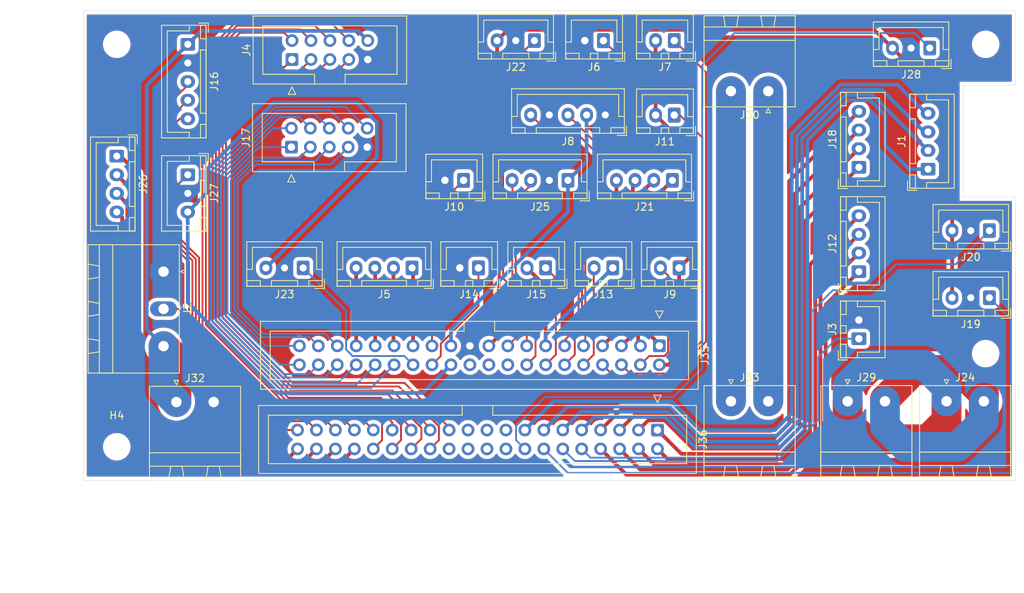
<source format=kicad_pcb>
(kicad_pcb (version 20221018) (generator pcbnew)
  (layers (0 "F.Cu" signal) (31 "B.Cu" signal) (34 "B.Paste" user) (35 "F.Paste" user) (36 "B.SilkS" user "B.Silkscreen") (37 "F.SilkS" user "F.Silkscreen") (38 "B.Mask" user) (39 "F.Mask" user) (44 "Edge.Cuts" user))
  (net 0 "")
  (net 1 "XM_4")
  (net 2 "XM_3")
  (net 3 "XM_2")
  (net 4 "XM_1")
  (net 5 "+5V")
  (net 6 "NeoPixel")
  (net 7 "GND")
  (net 8 "THB")
  (net 9 "YM_4")
  (net 10 "YM_3")
  (net 11 "YM_2")
  (net 12 "YM_1")
  (net 13 "THE0")
  (net 14 "VCC")
  (net 15 "BLT_PWM")
  (net 16 "BLT_TRIGGER")
  (net 17 "HE1")
  (net 18 "THE2")
  (net 19 "ZM1_4")
  (net 20 "ZM1_3")
  (net 21 "ZM1_2")
  (net 22 "ZM1_1")
  (net 23 "EM0_4")
  (net 24 "EM0_3")
  (net 25 "EM0_2")
  (net 26 "EM0_1")
  (net 27 "E0-STOP")
  (net 28 "+3V3")
  (net 29 "EM1_4")
  (net 30 "EM1_3")
  (net 31 "EM1_2")
  (net 32 "EM1_1")
  (net 33 "E1-STOP")
  (net 34 "HE0+")
  (net 35 "HE0-")
  (net 36 "SCL")
  (net 37 "SDA")
  (net 38 "EM2_4")
  (net 39 "EM2_3")
  (net 40 "EM2_2")
  (net 41 "EM2_1")
  (net 42 "Z-STOP")
  (net 43 "BED+")
  (net 44 "BED-")
  (net 45 "EXP1_1")
  (net 46 "EXP1_2")
  (net 47 "EXP1_3")
  (net 48 "EXP1_4")
  (net 49 "EXP1_5")
  (net 50 "EXP1_6")
  (net 51 "EXP1_7")
  (net 52 "EXP1_8")
  (net 53 "FAN0")
  (net 54 "THE1")
  (net 55 "FAN1")
  (net 56 "HE2")
  (net 57 "FAN2")
  (net 58 "TX1")
  (net 59 "RX1")
  (net 60 "RST")
  (net 61 "EXP2_1")
  (net 62 "EXP2_2")
  (net 63 "EXP2_3")
  (net 64 "EXP2_4")
  (net 65 "EXP2_5")
  (net 66 "EXP2_6")
  (net 67 "EXP2_7")
  (net 68 "EXP2_10")
  (net 69 "X-STOP")
  (net 70 "Y-STOP")
  (net 71 "E2-STOP")
  (net 82 "EXP2_RST")
  (footprint "Connector_JST:JST_XH_B2B-XH-A_1x02_P2.50mm_Vertical" (layer "F.Cu") (at 185.75 75 180)
    (fp_text reference "J6")
    (fp_text value "THE0")
  )
  (footprint "Connector_JST:JST_XH_B4B-XH-A_1x04_P2.50mm_Vertical" (layer "F.Cu") (at 181 93.75 180)
    (fp_text reference "J25")
    (fp_text value "I2C")
  )
  (footprint "Connector_Phoenix_MSTB:PhoenixContact_MSTBA_2,5_2-G_1x02_P5.00mm_Horizontal" (layer "F.Cu") (at 231.75 123.4)
    (fp_text reference "J24")
    (fp_text value "Bed")
  )
  (footprint "Connector_JST:JST_XH_B4B-XH-A_1x04_P2.50mm_Vertical" (layer "F.Cu") (at 195 93.75 180)
    (fp_text reference "J21")
    (fp_text value "EM1")
  )
  (footprint "Connector_JST:JST_XH_B3B-XH-A_1x03_P2.50mm_Vertical" (layer "F.Cu") (at 130.025 93 -90)
    (fp_text reference "J27")
    (fp_text value "E2-Stop")
  )
  (footprint "Connector_JST:JST_XH_B3B-XH-A_1x03_P2.50mm_Vertical" (layer "F.Cu") (at 229.5 76 180)
    (fp_text reference "J28")
    (fp_text value "Z-Stop")
  )
  (footprint "Connector_JST:JST_XH_B3B-XH-A_1x03_P2.50mm_Vertical" (layer "F.Cu") (at 145.5 105.5 180)
    (fp_text reference "J23")
    (fp_text value "Y-Stop")
  )
  (footprint "Connector_JST:JST_XH_B3B-XH-A_1x03_P2.50mm_Vertical" (layer "F.Cu") (at 237.5 100.5 180)
    (fp_text reference "J20")
    (fp_text value "X-Stop")
  )
  (footprint "Connector_IDC:IDC-Header_2x20_P2.54mm_Vertical" (layer "F.Cu") (at 193.25 115.96 -90)
    (fp_text reference "J35")
    (fp_text value "Extension1")
  )
  (footprint "Connector_JST:JST_XH_B4B-XH-A_1x04_P2.50mm_Vertical" (layer "F.Cu") (at 220 92 90)
    (fp_text reference "J18")
    (fp_text value "EM0")
  )
  (footprint "Connector_JST:JST_XH_B2B-XH-A_1x02_P2.50mm_Vertical" (layer "F.Cu") (at 167 93.75 180)
    (fp_text reference "J10")
    (fp_text value "THE1")
  )
  (footprint "Connector_JST:JST_XH_B5B-XH-A_1x05_P2.50mm_Vertical" (layer "F.Cu") (at 186 84.975 180)
    (fp_text reference "J8")
    (fp_text value "BLTouch")
  )
  (footprint "Connector_JST:JST_XH_B2B-XH-A_1x02_P2.50mm_Vertical" (layer "F.Cu") (at 195.9 105.5 180)
    (fp_text reference "J9")
    (fp_text value "HE1")
  )
  (footprint "Connector_JST:JST_XH_B2B-XH-A_1x02_P2.50mm_Vertical" (layer "F.Cu") (at 169 105.5 180)
    (fp_text reference "J14")
    (fp_text value "THE2")
  )
  (footprint "Connector_JST:JST_XH_B4B-XH-A_1x04_P2.50mm_Vertical" (layer "F.Cu") (at 220 106 90)
    (fp_text reference "J12")
    (fp_text value "ZM1")
  )
  (footprint "MountingHole:MountingHole_3.2mm_M3" (layer "F.Cu") (at 120.5 129.5)
    (fp_text reference "H4")
    (fp_text value "MountingHole")
  )
  (footprint "Connector_Phoenix_MSTB:PhoenixContact_MSTBA_2,5_2-G_1x02_P5.00mm_Horizontal" (layer "F.Cu") (at 218.5 123.4)
    (fp_text reference "J29")
    (fp_text value "Bed")
  )
  (footprint "Connector_Phoenix_MSTB:PhoenixContact_MSTBA_2,5_2-G_1x02_P5.00mm_Horizontal" (layer "F.Cu") (at 128.5 123.5)
    (fp_text reference "J32")
    (fp_text value "5V_PSU")
  )
  (footprint "MountingHole:MountingHole_3.2mm_M3" (layer "F.Cu") (at 237 75.5)
    (fp_text reference "H2" hide)
    (fp_text value "MountingHole")
  )
  (footprint "Connector_JST:JST_XH_B5B-XH-A_1x05_P2.50mm_Vertical" (layer "F.Cu") (at 130.025 75.5 -90)
    (fp_text reference "J16")
    (fp_text value "TFT")
  )
  (footprint "Connector_JST:JST_XH_B2B-XH-A_1x02_P2.50mm_Vertical" (layer "F.Cu") (at 195.25 85 180)
    (fp_text reference "J11")
    (fp_text value "FAN1")
  )
  (footprint "Connector_JST:JST_XH_B2B-XH-A_1x02_P2.50mm_Vertical" (layer "F.Cu") (at 187 105.5 180)
    (fp_text reference "J13")
    (fp_text value "HE2")
  )
  (footprint "Connector_JST:JST_XH_B3B-XH-A_1x03_P2.50mm_Vertical" (layer "F.Cu") (at 176.5 75 180)
    (fp_text reference "J22")
    (fp_text value "E1-Stop")
  )
  (footprint "Connector_Phoenix_MSTB:PhoenixContact_MSTBA_2,5_2-G_1x02_P5.00mm_Horizontal" (layer "F.Cu") (at 207.85 81.7775 180)
    (fp_text reference "J30")
    (fp_text value "Hotend")
  )
  (footprint "Connector_JST:JST_XH_B2B-XH-A_1x02_P2.50mm_Vertical" (layer "F.Cu") (at 195.25 75 180)
    (fp_text reference "J7")
    (fp_text value "FAN0")
  )
  (footprint "Connector_JST:JST_XH_B2B-XH-A_1x02_P2.50mm_Vertical" (layer "F.Cu") (at 220 115 90)
    (fp_text reference "J3")
    (fp_text value "THB")
  )
  (footprint "Connector_JST:JST_XH_B4B-XH-A_1x04_P2.50mm_Vertical" (layer "F.Cu") (at 229.275 92.25 90)
    (fp_text reference "J1")
    (fp_text value "XM")
  )
  (footprint "MountingHole:MountingHole_3.2mm_M3" (layer "F.Cu") (at 120.5 75.5)
    (fp_text reference "H3" hide)
    (fp_text value "MountingHole")
  )
  (footprint "Connector_IDC:IDC-Header_2x05_P2.54mm_Vertical" (layer "F.Cu") (at 144 77.54 90)
    (fp_text reference "J4")
    (fp_text value "EXP1")
  )
  (footprint "Connector_Phoenix_MSTB:PhoenixContact_MSTBA_2,5_2-G_1x02_P5.00mm_Horizontal" (layer "F.Cu") (at 202.85 123.4)
    (fp_text reference "J33")
    (fp_text value "Hotend")
  )
  (footprint "Connector_JST:JST_XH_B4B-XH-A_1x04_P2.50mm_Vertical" (layer "F.Cu") (at 160.1 105.5 180)
    (fp_text reference "J5")
    (fp_text value "YM")
  )
  (footprint "Connector_JST:JST_XH_B3B-XH-A_1x03_P2.50mm_Vertical" (layer "F.Cu") (at 237.5 109.5 180)
    (fp_text reference "J19")
    (fp_text value "E0-Stop")
  )
  (footprint "Connector_IDC:IDC-Header_2x05_P2.54mm_Vertical" (layer "F.Cu") (at 143.92 89.2925 90)
    (fp_text reference "J17")
    (fp_text value "EXP2")
  )
  (footprint "Connector_JST:JST_XH_B4B-XH-A_1x04_P2.50mm_Vertical" (layer "F.Cu") (at 120.5 90.5 -90)
    (fp_text reference "J26")
    (fp_text value "EM2")
  )
  (footprint "Connector_Phoenix_MSTB:PhoenixContact_MSTBA_2,5_3-G_1x03_P5.00mm_Horizontal" (layer "F.Cu") (at 126.7775 106 -90)
    (fp_text reference "J2")
    (fp_text value "NeoPixel")
  )
  (footprint "Connector_JST:JST_XH_B2B-XH-A_1x02_P2.50mm_Vertical" (layer "F.Cu") (at 178 105.5 180)
    (fp_text reference "J15")
    (fp_text value "FAN2")
  )
  (footprint "Connector_IDC:IDC-Header_2x20_P2.54mm_Vertical" (layer "F.Cu") (at 193 127.25 -90)
    (fp_text reference "J36")
    (fp_text value "Extension2")
  )
  (footprint "MountingHole:MountingHole_3.2mm_M3" (layer "F.Cu") (at 237 117)
    (fp_text reference "H1" hide)
    (fp_text value "MountingHole")
  )
  (gr_line (start 116 134) (end 116 71) (stroke (width 0.05)) (layer "Edge.Cuts"))
  (gr_line (start 241 96) (end 241 134) (stroke (width 0.05)) (layer "Edge.Cuts"))
  (gr_line (start 234 81) (end 234 96) (stroke (width 0.05)) (layer "Edge.Cuts"))
  (gr_line (start 241 134) (end 116 134) (stroke (width 0.05)) (layer "Edge.Cuts"))
  (gr_line (start 241 81) (end 234 81) (stroke (width 0.05)) (layer "Edge.Cuts"))
  (gr_line (start 116 71) (end 241 71) (stroke (width 0.05)) (layer "Edge.Cuts"))
  (gr_line (start 234 96) (end 241 96) (stroke (width 0.05)) (layer "Edge.Cuts"))
  (gr_line (start 241 71) (end 241 81) (stroke (width 0.05)) (layer "Edge.Cuts"))
  (segment (start 184.59 125.5) (end 182.84 127.25) (width 0.5) (layer "B.Cu") (net 1))
  (segment (start 229.275 92.25) (end 226.75 92.25) (width 0.5) (layer "B.Cu") (net 1))
  (segment (start 198 129.5) (end 194 125.5) (width 0.5) (layer "B.Cu") (net 1))
  (segment (start 213.1 125.9) (end 209.5 129.5) (width 0.5) (layer "B.Cu") (net 1))
  (segment (start 213.1 88.38995) (end 213.1 125.9) (width 0.5) (layer "B.Cu") (net 1))
  (segment (start 221.53505 83) (end 218.48995 83) (width 0.5) (layer "B.Cu") (net 1))
  (segment (start 218.48995 83) (end 213.1 88.38995) (width 0.5) (layer "B.Cu") (net 1))
  (segment (start 194 125.5) (end 184.59 125.5) (width 0.5) (layer "B.Cu") (net 1))
  (segment (start 223.5 84.96495) (end 221.53505 83) (width 0.5) (layer "B.Cu") (net 1))
  (segment (start 209.5 129.5) (end 198 129.5) (width 0.5) (layer "B.Cu") (net 1))
  (segment (start 226.75 92.25) (end 223.5 89) (width 0.5) (layer "B.Cu") (net 1))
  (segment (start 223.5 89) (end 223.5 84.96495) (width 0.5) (layer "B.Cu") (net 1))
  (segment (start 224.2 84.675) (end 224.2 84.7) (width 0.5) (layer "B.Cu") (net 2))
  (segment (start 198.28995 128.8) (end 209.18995 128.8) (width 0.5) (layer "B.Cu") (net 2))
  (segment (start 180.3 127.25) (end 182.75 124.8) (width 0.5) (layer "B.Cu") (net 2))
  (segment (start 212.4 88.1) (end 218.200001 82.3) (width 0.5) (layer "B.Cu") (net 2))
  (segment (start 218.200001 82.3) (end 221.825 82.3) (width 0.5) (layer "B.Cu") (net 2))
  (segment (start 182.75 124.8) (end 194.28995 124.8) (width 0.5) (layer "B.Cu") (net 2))
  (segment (start 209.18995 128.8) (end 212.4 125.58995) (width 0.5) (layer "B.Cu") (net 2))
  (segment (start 221.825 82.3) (end 224.2 84.675) (width 0.5) (layer "B.Cu") (net 2))
  (segment (start 212.4 125.58995) (end 212.4 88.1) (width 0.5) (layer "B.Cu") (net 2))
  (segment (start 224.2 84.7) (end 229.25 89.75) (width 0.5) (layer "B.Cu") (net 2))
  (segment (start 194.28995 124.8) (end 198.28995 128.8) (width 0.5) (layer "B.Cu") (net 2))
  (segment (start 211.7 125.3) (end 209 128) (width 0.5) (layer "B.Cu") (net 3))
  (segment (start 223.1 81.6) (end 217.88995 81.6) (width 0.5) (layer "B.Cu") (net 3))
  (segment (start 198.4799 128) (end 194.5799 124.1) (width 0.5) (layer "B.Cu") (net 3))
  (segment (start 211.7 87.78995) (end 211.7 125.3) (width 0.5) (layer "B.Cu") (net 3))
  (segment (start 209 128) (end 198.4799 128) (width 0.5) (layer "B.Cu") (net 3))
  (segment (start 180.91 124.1) (end 177.76 127.25) (width 0.5) (layer "B.Cu") (net 3))
  (segment (start 194.5799 124.1) (end 180.91 124.1) (width 0.5) (layer "B.Cu") (net 3))
  (segment (start 228.75 87.25) (end 223.1 81.6) (width 0.5) (layer "B.Cu") (net 3))
  (segment (start 217.88995 81.6) (end 211.7 87.78995) (width 0.5) (layer "B.Cu") (net 3))
  (segment (start 179.07 123.4) (end 194.86985 123.4) (width 0.5) (layer "B.Cu") (net 4))
  (segment (start 175.22 127.25) (end 179.07 123.4) (width 0.5) (layer "B.Cu") (net 4))
  (segment (start 198.724875 127.255025) (end 208.744975 127.255025) (width 0.5) (layer "B.Cu") (net 4))
  (segment (start 194.86985 123.4) (end 198.724875 127.255025) (width 0.5) (layer "B.Cu") (net 4))
  (segment (start 208.744975 127.255025) (end 211 125) (width 0.5) (layer "B.Cu") (net 4))
  (segment (start 211 125) (end 211 87.5) (width 0.5) (layer "B.Cu") (net 4))
  (segment (start 217.6 80.9) (end 225.1625 80.9) (width 0.5) (layer "B.Cu") (net 4))
  (segment (start 225.1625 80.9) (end 229.0125 84.75) (width 0.5) (layer "B.Cu") (net 4))
  (segment (start 211 87.5) (end 217.6 80.9) (width 0.5) (layer "B.Cu") (net 4))
  (segment (start 128.5 123.5) (end 128.5 117.7225) (width 4) (layer "F.Cu") (net 5))
  (segment (start 128.5 117.7225) (end 126.7775 116) (width 4) (layer "F.Cu") (net 5))
  (segment (start 126.7775 116) (end 126.7775 121.7775) (width 4) (layer "B.Cu") (net 5))
  (segment (start 183.5 91.25) (end 181 93.75) (width 0.5) (layer "B.Cu") (net 5))
  (segment (start 152.86 73.7) (end 131.825 73.7) (width 0.5) (layer "B.Cu") (net 5))
  (segment (start 154.16 75) (end 152.86 73.7) (width 0.5) (layer "B.Cu") (net 5))
  (segment (start 124.5275 113.75) (end 126.7775 116) (width 0.5) (layer "B.Cu") (net 5))
  (segment (start 126.7775 121.7775) (end 128.5 123.5) (width 4) (layer "B.Cu") (net 5))
  (segment (start 165.31 113.701522) (end 181 98.011522) (width 0.5) (layer "B.Cu") (net 5))
  (segment (start 181 98.011522) (end 181 93.75) (width 0.5) (layer "B.Cu") (net 5))
  (segment (start 130.025 75.5) (end 124.5275 80.9975) (width 0.5) (layer "B.Cu") (net 5))
  (segment (start 131.825 73.7) (end 130.025 75.5) (width 0.5) (layer "B.Cu") (net 5))
  (segment (start 124.5275 80.9975) (end 124.5275 113.75) (width 0.5) (layer "B.Cu") (net 5))
  (segment (start 183.5 84.975) (end 183.5 91.25) (width 0.5) (layer "B.Cu") (net 5))
  (segment (start 165.31 115.96) (end 165.31 113.701522) (width 0.5) (layer "B.Cu") (net 5))
  (segment (start 129.75 114.25) (end 142.75 127.25) (width 0.25) (layer "F.Cu") (net 6))
  (segment (start 129.75 112) (end 129.75 114.25) (width 0.25) (layer "F.Cu") (net 6))
  (segment (start 126.7775 111) (end 128.75 111) (width 0.25) (layer "F.Cu") (net 6))
  (segment (start 142.75 127.25) (end 144.74 127.25) (width 0.25) (layer "F.Cu") (net 6))
  (segment (start 128.75 111) (end 129.75 112) (width 0.25) (layer "F.Cu") (net 6))
  (segment (start 217 115) (end 220 115) (width 0.25) (layer "B.Cu") (net 8))
  (segment (start 180.3 129.79) (end 181.925 131.415) (width 0.25) (layer "B.Cu") (net 8))
  (segment (start 181.925 131.415) (end 209.034568 131.415) (width 0.25) (layer "B.Cu") (net 8))
  (segment (start 214.568198 117.431802) (end 217 115) (width 0.25) (layer "B.Cu") (net 8))
  (segment (start 214.568198 125.88137) (end 214.568198 117.431802) (width 0.25) (layer "B.Cu") (net 8))
  (segment (start 209.034568 131.415) (end 214.568198 125.88137) (width 0.25) (layer "B.Cu") (net 8))
  (segment (start 160.23 115.96) (end 160.23 105.63) (width 0.5) (layer "F.Cu") (net 9))
  (segment (start 157.6 105.5) (end 157.6 115.87) (width 0.5) (layer "F.Cu") (net 10))
  (segment (start 155.15 115.96) (end 155.15 105.55) (width 0.5) (layer "F.Cu") (net 11))
  (segment (start 152.6 105.5) (end 152.6 115.95) (width 0.5) (layer "F.Cu") (net 12))
  (segment (start 183.325 100.075) (end 186 97.4) (width 0.25) (layer "F.Cu") (net 13))
  (segment (start 183.325 115.725) (end 183.325 100.075) (width 0.25) (layer "F.Cu") (net 13))
  (segment (start 187.5 91.5) (end 186 93) (width 0.25) (layer "F.Cu") (net 13))
  (segment (start 187.5 76.75) (end 187.5 91.5) (width 0.25) (layer "F.Cu") (net 13))
  (segment (start 186 93) (end 186 97.4) (width 0.25) (layer "F.Cu") (net 13))
  (segment (start 185.75 75) (end 187.5 76.75) (width 0.25) (layer "F.Cu") (net 13))
  (segment (start 195.9 117.052081) (end 195.9 105.5) (width 0.5) (layer "F.Cu") (net 14))
  (segment (start 178.01 115.96) (end 178.01 108.01) (width 0.5) (layer "F.Cu") (net 14))
  (segment (start 178.01 108.01) (end 175.5 105.5) (width 0.5) (layer "F.Cu") (net 14))
  (segment (start 197.3 104.1) (end 195.9 105.5) (width 0.5) (layer "F.Cu") (net 14))
  (segment (start 193.25 118.5) (end 194.452081 118.5) (width 0.5) (layer "F.Cu") (net 14))
  (segment (start 192.75 85) (end 197.3 89.55) (width 0.5) (layer "F.Cu") (net 14))
  (segment (start 197.3 89.55) (end 197.3 104.1) (width 0.5) (layer "F.Cu") (net 14))
  (segment (start 192.75 85) (end 192.75 75) (width 0.5) (layer "F.Cu") (net 14))
  (segment (start 194.452081 118.5) (end 195.9 117.052081) (width 0.5) (layer "F.Cu") (net 14))
  (segment (start 178.01 115.96) (end 178.01 114.49) (width 0.5) (layer "B.Cu") (net 14))
  (segment (start 178.01 114.49) (end 187 105.5) (width 0.5) (layer "B.Cu") (net 14))
  (segment (start 185.431802 97.331802) (end 182.875 99.888604) (width 0.25) (layer "F.Cu") (net 15))
  (segment (start 181 85) (end 185.5 89.5) (width 0.25) (layer "F.Cu") (net 15))
  (segment (start 182.875 99.888604) (end 182.875 113.515) (width 0.25) (layer "F.Cu") (net 15))
  (segment (start 181.915 114.475) (end 181.915 117.135) (width 0.25) (layer "F.Cu") (net 15))
  (segment (start 181.915 117.135) (end 180.55 118.5) (width 0.25) (layer "F.Cu") (net 15))
  (segment (start 185.5 97.263604) (end 185.431802 97.331802) (width 0.25) (layer "F.Cu") (net 15))
  (segment (start 185.5 89.5) (end 185.5 97.263604) (width 0.25) (layer "F.Cu") (net 15))
  (segment (start 182.875 113.515) (end 181.915 114.475) (width 0.25) (layer "F.Cu") (net 15))
  (segment (start 177.825 86.8) (end 181.55 86.8) (width 0.25) (layer "F.Cu") (net 16))
  (segment (start 176 84.975) (end 177.825 86.8) (width 0.25) (layer "F.Cu") (net 16))
  (segment (start 182.425 99.702208) (end 185.013604 97.113604) (width 0.25) (layer "F.Cu") (net 16))
  (segment (start 182.425 113.328604) (end 182.425 99.702208) (width 0.25) (layer "F.Cu") (net 16))
  (segment (start 185.05 90.3) (end 185.05 97.077208) (width 0.25) (layer "F.Cu") (net 16))
  (segment (start 180.55 115.203604) (end 182.425 113.328604) (width 0.25) (layer "F.Cu") (net 16))
  (segment (start 185.05 97.077208) (end 185.013604 97.113604) (width 0.25) (layer "F.Cu") (net 16))
  (segment (start 180.55 115.96) (end 180.55 115.203604) (width 0.25) (layer "F.Cu") (net 16))
  (segment (start 181.55 86.8) (end 185.05 90.3) (width 0.25) (layer "F.Cu") (net 16))
  (segment (start 193.9051 117.325) (end 191.885 117.325) (width 0.25) (layer "F.Cu") (net 17))
  (segment (start 193.4 105.5) (end 194.425 106.525) (width 0.25) (layer "F.Cu") (net 17))
  (segment (start 194.425 106.525) (end 194.425 116.8051) (width 0.25) (layer "F.Cu") (net 17))
  (segment (start 194.425 116.8051) (end 193.9051 117.325) (width 0.25) (layer "F.Cu") (net 17))
  (segment (start 191.885 117.325) (end 190.71 118.5) (width 0.25) (layer "F.Cu") (net 17))
  (segment (start 163.945 115.663299) (end 169 110.608299) (width 0.25) (layer "F.Cu") (net 18))
  (segment (start 163.945 117.325) (end 163.945 115.663299) (width 0.25) (layer "F.Cu") (net 18))
  (segment (start 169 110.608299) (end 169 105.5) (width 0.25) (layer "F.Cu") (net 18))
  (segment (start 162.77 118.5) (end 163.945 117.325) (width 0.25) (layer "F.Cu") (net 18))
  (segment (start 210.739949 133.25) (end 188.84 133.25) (width 0.5) (layer "F.Cu") (net 19))
  (segment (start 215.55 110.45) (end 215.55 128.43995) (width 0.5) (layer "F.Cu") (net 19))
  (segment (start 220 106) (end 215.55 110.45) (width 0.5) (layer "F.Cu") (net 19))
  (segment (start 215.55 128.43995) (end 210.739949 133.25) (width 0.5) (layer "F.Cu") (net 19))
  (segment (start 188.84 133.25) (end 185.38 129.79) (width 0.5) (layer "F.Cu") (net 19))
  (segment (start 190.68 132.55) (end 210.45 132.55) (width 0.5) (layer "F.Cu") (net 20))
  (segment (start 187.92 129.79) (end 190.68 132.55) (width 0.5) (layer "F.Cu") (net 20))
  (segment (start 214.85 128.15) (end 214.85 108.65) (width 0.5) (layer "F.Cu") (net 20))
  (segment (start 210.45 132.55) (end 214.85 128.15) (width 0.5) (layer "F.Cu") (net 20))
  (segment (start 214.85 108.65) (end 220 103.5) (width 0.5) (layer "F.Cu") (net 20))
  (segment (start 210.15 131.85) (end 192.52 131.85) (width 0.5) (layer "F.Cu") (net 21))
  (segment (start 220 101) (end 214.15 106.85) (width 0.5) (layer "F.Cu") (net 21))
  (segment (start 214.15 106.9) (end 214.15 127.85) (width 0.5) (layer "F.Cu") (net 21))
  (segment (start 192.52 131.85) (end 190.46 129.79) (width 0.5) (layer "F.Cu") (net 21))
  (segment (start 214.15 127.85) (end 210.15 131.85) (width 0.5) (layer "F.Cu") (net 21))
  (segment (start 209.8299 131.15) (end 213.45 127.5299) (width 0.5) (layer "F.Cu") (net 22))
  (segment (start 213.45 105.1) (end 213.5 105.05) (width 0.5) (layer "F.Cu") (net 22))
  (segment (start 213.45 105.05) (end 220 98.5) (width 0.5) (layer "F.Cu") (net 22))
  (segment (start 193 129.79) (end 194.36 131.15) (width 0.5) (layer "F.Cu") (net 22))
  (segment (start 194.36 131.15) (end 209.8299 131.15) (width 0.5) (layer "F.Cu") (net 22))
  (segment (start 213.45 127.5299) (end 213.45 105.1) (width 0.5) (layer "F.Cu") (net 22))
  (segment (start 212.75 99.25) (end 220 92) (width 0.5) (layer "F.Cu") (net 23))
  (segment (start 193 127.25) (end 196.2 130.45) (width 0.5) (layer "F.Cu") (net 23))
  (segment (start 212.75 127.23995) (end 212.75 99.25) (width 0.5) (layer "F.Cu") (net 23))
  (segment (start 196.2 130.45) (end 209.53995 130.45) (width 0.5) (layer "F.Cu") (net 23))
  (segment (start 209.53995 130.45) (end 212.75 127.23995) (width 0.5) (layer "F.Cu") (net 23))
  (segment (start 212.05 126.95) (end 209.25 129.75) (width 0.5) (layer "F.Cu") (net 24))
  (segment (start 212.05 97.45) (end 212.05 126.95) (width 0.5) (layer "F.Cu") (net 24))
  (segment (start 191.76 125.95) (end 190.46 127.25) (width 0.5) (layer "F.Cu") (net 24))
  (segment (start 193.95 125.95) (end 191.76 125.95) (width 0.5) (layer "F.Cu") (net 24))
  (segment (start 197.75 129.75) (end 193.95 125.95) (width 0.5) (layer "F.Cu") (net 24))
  (segment (start 220 89.5) (end 212.05 97.45) (width 0.5) (layer "F.Cu") (net 24))
  (segment (start 209.25 129.75) (end 197.75 129.75) (width 0.5) (layer "F.Cu") (net 24))
  (segment (start 187.92 127.25) (end 189.92 125.25) (width 0.5) (layer "F.Cu") (net 25))
  (segment (start 211.35 95.65) (end 220 87) (width 0.5) (layer "F.Cu") (net 25))
  (segment (start 194.25 125.25) (end 198.05 129.05) (width 0.5) (layer "F.Cu") (net 25))
  (segment (start 198.05 129.05) (end 208.96005 129.05) (width 0.5) (layer "F.Cu") (net 25))
  (segment (start 211.35 126.66005) (end 211.35 95.65) (width 0.5) (layer "F.Cu") (net 25))
  (segment (start 189.92 125.25) (end 194.25 125.25) (width 0.5) (layer "F.Cu") (net 25))
  (segment (start 208.96005 129.05) (end 211.35 126.66005) (width 0.5) (layer "F.Cu") (net 25))
  (segment (start 210.65 126.3701) (end 208.6701 128.35) (width 0.5) (layer "F.Cu") (net 26))
  (segment (start 210.65 93.85) (end 210.65 126.3701) (width 0.5) (layer "F.Cu") (net 26))
  (segment (start 208.6701 128.35) (end 198.33995 128.35) (width 0.5) (layer "F.Cu") (net 26))
  (segment (start 220 84.5) (end 210.65 93.85) (width 0.5) (layer "F.Cu") (net 26))
  (segment (start 194.48995 124.5) (end 188.13 124.5) (width 0.5) (layer "F.Cu") (net 26))
  (segment (start 188.13 124.5) (end 185.38 127.25) (width 0.5) (layer "F.Cu") (net 26))
  (segment (start 198.33995 128.35) (end 194.48995 124.5) (width 0.5) (layer "F.Cu") (net 26))
  (segment (start 180.97 133) (end 177.76 129.79) (width 0.25) (layer "B.Cu") (net 27))
  (segment (start 240.375 133) (end 180.97 133) (width 0.25) (layer "B.Cu") (net 27))
  (segment (start 237.5 109.5) (end 240.375 112.375) (width 0.25) (layer "B.Cu") (net 27))
  (segment (start 240.375 112.375) (end 240.375 133) (width 0.25) (layer "B.Cu") (net 27))
  (segment (start 232.5 100.5) (end 232.5 84) (width 0.5) (layer "F.Cu") (net 28))
  (segment (start 171.725 79.838172) (end 171.5 79.613172) (width 0.5) (layer "F.Cu") (net 28))
  (segment (start 232.5 84) (end 224.5 76) (width 0.5) (layer "F.Cu") (net 28))
  (segment (start 224.5 76) (end 222.05 73.55) (width 0.5) (layer "F.Cu") (net 28))
  (segment (start 170.39 115.96) (end 171.725 114.625) (width 0.5) (layer "F.Cu") (net 28))
  (segment (start 172.95 73.55) (end 171.5 75) (width 0.5) (layer "F.Cu") (net 28))
  (segment (start 232.5 100.5) (end 232.5 109.5) (width 0.5) (layer "F.Cu") (net 28))
  (segment (start 171.725 114.625) (end 171.725 79.838172) (width 0.5) (layer "F.Cu") (net 28))
  (segment (start 171.5 79.613172) (end 171.5 75) (width 0.5) (layer "F.Cu") (net 28))
  (segment (start 222.05 73.55) (end 172.95 73.55) (width 0.5) (layer "F.Cu") (net 28))
  (segment (start 130.025 98) (end 130.025 110.156548) (width 0.5) (layer "B.Cu") (net 28))
  (segment (start 155.38 90.62) (end 155.38 85.98) (width 0.5) (layer "B.Cu") (net 28))
  (segment (start 140.5 105.5) (end 155.38 90.62) (width 0.5) (layer "B.Cu") (net 28))
  (segment (start 130.025 110.156548) (end 142.143452 122.275) (width 0.5) (layer "B.Cu") (net 28))
  (segment (start 132.525 92.366244) (end 132.525 95.5) (width 0.5) (layer "B.Cu") (net 28))
  (segment (start 141.566244 83.325) (end 132.525 92.366244) (width 0.5) (layer "B.Cu") (net 28))
  (segment (start 161.535 122.275) (end 165.31 118.5) (width 0.5) (layer "B.Cu") (net 28))
  (segment (start 155.38 85.98) (end 152.725 83.325) (width 0.5) (layer "B.Cu") (net 28))
  (segment (start 142.143452 122.275) (end 161.535 122.275) (width 0.5) (layer "B.Cu") (net 28))
  (segment (start 152.725 83.325) (end 141.566244 83.325) (width 0.5) (layer "B.Cu") (net 28))
  (segment (start 132.525 95.5) (end 130.025 98) (width 0.5) (layer "B.Cu") (net 28))
  (segment (start 191.1 113.6) (end 193.25 115.75) (width 0.5) (layer "F.Cu") (net 29))
  (segment (start 195 93.75) (end 191.1 97.65) (width 0.5) (layer "F.Cu") (net 29))
  (segment (start 191.1 97.65) (end 191.1 113.6) (width 0.5) (layer "F.Cu") (net 29))
  (segment (start 190.4 115.65) (end 190.4 95.85) (width 0.5) (layer "F.Cu") (net 30))
  (segment (start 190.4 95.85) (end 192.5 93.75) (width 0.5) (layer "F.Cu") (net 30))
  (segment (start 189.7 114.43) (end 189.7 94.05) (width 0.5) (layer "F.Cu") (net 31))
  (segment (start 188.17 115.96) (end 189.7 114.43) (width 0.5) (layer "F.Cu") (net 31))
  (segment (start 189 97.43995) (end 189 112.59) (width 0.5) (layer "F.Cu") (net 32))
  (segment (start 187.5 93.75) (end 187.5 95.93995) (width 0.5) (layer "F.Cu") (net 32))
  (segment (start 189 112.59) (end 185.63 115.96) (width 0.5) (layer "F.Cu") (net 32))
  (segment (start 187.5 95.93995) (end 189 97.43995) (width 0.5) (layer "F.Cu") (net 32))
  (segment (start 172.3 79.6) (end 172.3 106.9) (width 0.25) (layer "F.Cu") (net 33))
  (segment (start 174.8 114.09) (end 172.93 115.96) (width 0.25) (layer "F.Cu") (net 33))
  (segment (start 176.5 75) (end 172.1 79.4) (width 0.25) (layer "F.Cu") (net 33))
  (segment (start 174.8 109.4) (end 174.8 114.09) (width 0.25) (layer "F.Cu") (net 33))
  (segment (start 172.1 79.4) (end 172.3 79.6) (width 0.25) (layer "F.Cu") (net 33))
  (segment (start 172.3 106.9) (end 174.8 109.4) (width 0.25) (layer "F.Cu") (net 33))
  (segment (start 207.85 81.7775) (end 207.85 123.4) (width 4) (layer "F.Cu") (net 34))
  (segment (start 207.85 123.4) (end 207.85 81.7775) (width 4) (layer "B.Cu") (net 34))
  (segment (start 202.85 123.4) (end 202.85 81.7775) (width 4) (layer "F.Cu") (net 35))
  (segment (start 202.85 81.7775) (end 202.85 123.4) (width 4) (layer "B.Cu") (net 35))
  (segment (start 174 107.163604) (end 174 96.4) (width 0.25) (layer "F.Cu") (net 36))
  (segment (start 176.645 109.808604) (end 174 107.163604) (width 0.25) (layer "F.Cu") (net 36))
  (segment (start 176.645 117.325) (end 176.645 109.808604) (width 0.25) (layer "F.Cu") (net 36))
  (segment (start 175.47 118.5) (end 176.645 117.325) (width 0.25) (layer "F.Cu") (net 36))
  (segment (start 174 96.4) (end 176 94.4) (width 0.25) (layer "F.Cu") (net 36))
  (segment (start 173.55 107.35) (end 173.55 93.8) (width 0.25) (layer "F.Cu") (net 37))
  (segment (start 175.47 115.96) (end 175.47 109.27) (width 0.25) (layer "F.Cu") (net 37))
  (segment (start 175.47 109.27) (end 173.55 107.35) (width 0.25) (layer "F.Cu") (net 37))
  (segment (start 121 90.5) (end 123.325 92.825) (width 0.5) (layer "F.Cu") (net 38))
  (segment (start 130.08995 131.1) (end 143.43 131.1) (width 0.5) (layer "F.Cu") (net 38))
  (segment (start 123.325 124.33505) (end 130.08995 131.1) (width 0.5) (layer "F.Cu") (net 38))
  (segment (start 123.325 92.825) (end 123.325 124.33505) (width 0.5) (layer "F.Cu") (net 38))
  (segment (start 143.43 131.1) (end 144.74 129.79) (width 0.5) (layer "F.Cu") (net 38))
  (segment (start 129.8 131.8) (end 122.625 124.625) (width 0.5) (layer "F.Cu") (net 39))
  (segment (start 145.27 131.8) (end 129.8 131.8) (width 0.5) (layer "F.Cu") (net 39))
  (segment (start 122.625 124.625) (end 122.625 95.125) (width 0.5) (layer "F.Cu") (net 39))
  (segment (start 122.625 95.125) (end 120.5 93) (width 0.5) (layer "F.Cu") (net 39))
  (segment (start 147.28 129.79) (end 145.27 131.8) (width 0.5) (layer "F.Cu") (net 39))
  (segment (start 147.11 132.5) (end 149.82 129.79) (width 0.5) (layer "F.Cu") (net 40))
  (segment (start 121.925 96.925) (end 121.925 124.91495) (width 0.5) (layer "F.Cu") (net 40))
  (segment (start 121.925 124.91495) (end 129.51005 132.5) (width 0.5) (layer "F.Cu") (net 40))
  (segment (start 120.5 95.5) (end 121.925 96.925) (width 0.5) (layer "F.Cu") (net 40))
  (segment (start 129.51005 132.5) (end 147.11 132.5) (width 0.5) (layer "F.Cu") (net 40))
  (segment (start 120.5 98) (end 121.225 98.725) (width 0.5) (layer "F.Cu") (net 41))
  (segment (start 121.225 125.2049) (end 129.270101 133.25) (width 0.5) (layer "F.Cu") (net 41))
  (segment (start 129.270101 133.25) (end 148.9 133.25) (width 0.5) (layer "F.Cu") (net 41))
  (segment (start 148.9 133.25) (end 152.36 129.79) (width 0.5) (layer "F.Cu") (net 41))
  (segment (start 121.225 98.725) (end 121.225 125.2049) (width 0.5) (layer "F.Cu") (net 41))
  (segment (start 195.108022 122.825) (end 177.93 122.825) (width 0.25) (layer "B.Cu") (net 42))
  (segment (start 174.045 126.71) (end 174.045 128.615) (width 0.25) (layer "B.Cu") (net 42))
  (segment (start 227.5 74) (end 203.3 74) (width 0.25) (layer "B.Cu") (net 42))
  (segment (start 199 118.933022) (end 195.108022 122.825) (width 0.25) (layer "B.Cu") (net 42))
  (segment (start 199 78.3) (end 199 118.933022) (width 0.25) (layer "B.Cu") (net 42))
  (segment (start 177.93 122.825) (end 174.045 126.71) (width 0.25) (layer "B.Cu") (net 42))
  (segment (start 229.5 76) (end 227.5 74) (width 0.25) (layer "B.Cu") (net 42))
  (segment (start 174.045 128.615) (end 175.22 129.79) (width 0.25) (layer "B.Cu") (net 42))
  (segment (start 203.3 74) (end 199 78.3) (width 0.25) (layer "B.Cu") (net 42))
  (segment (start 231.75 126) (end 231.75 123.4) (width 4) (layer "F.Cu") (net 43))
  (segment (start 220.75 128.5) (end 229.25 128.5) (width 4) (layer "F.Cu") (net 43))
  (segment (start 218.5 123.4) (end 218.5 126.25) (width 4) (layer "F.Cu") (net 43))
  (segment (start 229.25 128.5) (end 231.75 126) (width 4) (layer "F.Cu") (net 43))
  (segment (start 218.5 126.25) (end 220.75 128.5) (width 4) (layer "F.Cu") (net 43))
  (segment (start 221.25 118.5) (end 218.5 121.25) (width 4) (layer "B.Cu") (net 43))
  (segment (start 228.75 118.5) (end 221.25 118.5) (width 4) (layer "B.Cu") (net 43))
  (segment (start 231.75 121.5) (end 228.75 118.5) (width 4) (layer "B.Cu") (net 43))
  (segment (start 231.75 123.4) (end 231.75 121.5) (width 4) (layer "B.Cu") (net 43))
  (segment (start 218.5 121.25) (end 218.5 123.4) (width 4) (layer "B.Cu") (net 43))
  (segment (start 233.489697 119.2) (end 236.75 122.460303) (width 4) (layer "F.Cu") (net 44))
  (segment (start 236.75 122.460303) (end 236.75 123.4) (width 4) (layer "F.Cu") (net 44))
  (segment (start 227.45 119.2) (end 233.489697 119.2) (width 4) (layer "F.Cu") (net 44))
  (segment (start 223.5 123.15) (end 227.45 119.2) (width 4) (layer "F.Cu") (net 44))
  (segment (start 223.5 123.4) (end 223.5 123.15) (width 4) (layer "F.Cu") (net 44))
  (segment (start 223.5 126.75) (end 226.25 129.5) (width 4) (layer "B.Cu") (net 44))
  (segment (start 223.5 123.4) (end 223.5 126.75) (width 4) (layer "B.Cu") (net 44))
  (segment (start 236.75 126) (end 236.75 123.4) (width 4) (layer "B.Cu") (net 44))
  (segment (start 233.25 129.5) (end 236.75 126) (width 4) (layer "B.Cu") (net 44))
  (segment (start 226.25 129.5) (end 233.25 129.5) (width 4) (layer "B.Cu") (net 44))
  (segment (start 136.45 78.55) (end 133.8 81.2) (width 0.25) (layer "F.Cu") (net 45))
  (segment (start 161.345 128.425) (end 159.98 129.79) (width 0.25) (layer "F.Cu") (net 45))
  (segment (start 156.866701 122.475) (end 161.345 126.953299) (width 0.25) (layer "F.Cu") (net 45))
  (segment (start 161.345 126.953299) (end 161.345 128.425) (width 0.25) (layer "F.Cu") (net 45))
  (segment (start 142.99 78.55) (end 136.45 78.55) (width 0.25) (layer "F.Cu") (net 45))
  (segment (start 133.8 81.2) (end 133.8 112.572436) (width 0.25) (layer "F.Cu") (net 45))
  (segment (start 144 77.54) (end 142.99 78.55) (width 0.25) (layer "F.Cu") (net 45))
  (segment (start 133.8 112.572436) (end 143.702564 122.475) (width 0.25) (layer "F.Cu") (net 45))
  (segment (start 143.702564 122.475) (end 156.866701 122.475) (width 0.25) (layer "F.Cu") (net 45))
  (segment (start 144 75) (end 142.95 73.95) (width 0.25) (layer "F.Cu") (net 46))
  (segment (start 142.95 73.95) (end 137.05 73.95) (width 0.25) (layer "F.Cu") (net 46))
  (segment (start 133.35 112.758832) (end 143.516168 122.925) (width 0.25) (layer "F.Cu") (net 46))
  (segment (start 143.516168 122.925) (end 155.925 122.925) (width 0.25) (layer "F.Cu") (net 46))
  (segment (start 155.925 122.925) (end 159.98 126.98) (width 0.25) (layer "F.Cu") (net 46))
  (segment (start 133.35 77.65) (end 133.35 112.758832) (width 0.25) (layer "F.Cu") (net 46))
  (segment (start 137.05 73.95) (end 133.35 77.65) (width 0.25) (layer "F.Cu") (net 46))
  (segment (start 157.363604 121.863604) (end 162.52 127.02) (width 0.25) (layer "F.Cu") (net 47))
  (segment (start 145.08 79) (end 136.636396 79) (width 0.25) (layer "F.Cu") (net 47))
  (segment (start 134.25 112.38604) (end 143.727564 121.863604) (width 0.25) (layer "F.Cu") (net 47))
  (segment (start 136.636396 79) (end 134.25 81.386396) (width 0.25) (layer "F.Cu") (net 47))
  (segment (start 146.54 77.54) (end 145.08 79) (width 0.25) (layer "F.Cu") (net 47))
  (segment (start 143.727564 121.863604) (end 157.363604 121.863604) (width 0.25) (layer "F.Cu") (net 47))
  (segment (start 134.25 81.386396) (end 134.25 112.38604) (width 0.25) (layer "F.Cu") (net 47))
  (segment (start 132.9 112.945228) (end 143.329772 123.375) (width 0.25) (layer "F.Cu") (net 48))
  (segment (start 158.615 126.586523) (end 158.615 128.615) (width 0.25) (layer "F.Cu") (net 48))
  (segment (start 143.329772 123.375) (end 155.403477 123.375) (width 0.25) (layer "F.Cu") (net 48))
  (segment (start 146.54 75) (end 145.04 73.5) (width 0.25) (layer "F.Cu") (net 48))
  (segment (start 158.615 128.615) (end 157.44 129.79) (width 0.25) (layer "F.Cu") (net 48))
  (segment (start 155.403477 123.375) (end 158.615 126.586523) (width 0.25) (layer "F.Cu") (net 48))
  (segment (start 132.9 77.372792) (end 132.9 112.945228) (width 0.25) (layer "F.Cu") (net 48))
  (segment (start 145.04 73.5) (end 136.772792 73.5) (width 0.25) (layer "F.Cu") (net 48))
  (segment (start 136.772792 73.5) (end 132.9 77.372792) (width 0.25) (layer "F.Cu") (net 48))
  (segment (start 136.772792 79.5) (end 134.7 81.572792) (width 0.25) (layer "F.Cu") (net 49))
  (segment (start 163.695 126.763299) (end 163.695 128.615) (width 0.25) (layer "F.Cu") (net 49))
  (segment (start 163.695 128.615) (end 162.52 129.79) (width 0.25) (layer "F.Cu") (net 49))
  (segment (start 149.08 77.54) (end 147.12 79.5) (width 0.25) (layer "F.Cu") (net 49))
  (segment (start 134.7 112.199644) (end 143.91396 121.413604) (width 0.25) (layer "F.Cu") (net 49))
  (segment (start 134.7 81.572792) (end 134.7 112.199644) (width 0.25) (layer "F.Cu") (net 49))
  (segment (start 158.345305 121.413604) (end 163.695 126.763299) (width 0.25) (layer "F.Cu") (net 49))
  (segment (start 147.12 79.5) (end 136.772792 79.5) (width 0.25) (layer "F.Cu") (net 49))
  (segment (start 143.91396 121.413604) (end 158.345305 121.413604) (width 0.25) (layer "F.Cu") (net 49))
  (segment (start 157.44 126.243959) (end 155.021041 123.825) (width 0.25) (layer "F.Cu") (net 50))
  (segment (start 157.44 127.25) (end 157.44 126.243959) (width 0.25) (layer "F.Cu") (net 50))
  (segment (start 132.45 77.186396) (end 136.636396 73) (width 0.25) (layer "F.Cu") (net 50))
  (segment (start 136.636396 73) (end 147.08 73) (width 0.25) (layer "F.Cu") (net 50))
  (segment (start 132.45 113.131624) (end 132.45 77.186396) (width 0.25) (layer "F.Cu") (net 50))
  (segment (start 147.08 73) (end 149.08 75) (width 0.25) (layer "F.Cu") (net 50))
  (segment (start 155.021041 123.825) (end 143.143376 123.825) (width 0.25) (layer "F.Cu") (net 50))
  (segment (start 143.143376 123.825) (end 132.45 113.131624) (width 0.25) (layer "F.Cu") (net 50))
  (segment (start 151.62 77.54) (end 149.21 79.95) (width 0.25) (layer "F.Cu") (net 51))
  (segment (start 136.959188 79.95) (end 135.15 81.759188) (width 0.25) (layer "F.Cu") (net 51))
  (segment (start 135.15 81.759188) (end 135.15 112.013248) (width 0.25) (layer "F.Cu") (net 51))
  (segment (start 159.086802 120.931802) (end 165.06 126.905) (width 0.25) (layer "F.Cu") (net 51))
  (segment (start 135.15 112.013248) (end 144.068554 120.931802) (width 0.25) (layer "F.Cu") (net 51))
  (segment (start 144.068554 120.931802) (end 159.086802 120.931802) (width 0.25) (layer "F.Cu") (net 51))
  (segment (start 149.21 79.95) (end 136.959188 79.95) (width 0.25) (layer "F.Cu") (net 51))
  (segment (start 136.5 72.5) (end 132 77) (width 0.25) (layer "F.Cu") (net 52))
  (segment (start 156.075 128.615) (end 154.9 129.79) (width 0.25) (layer "F.Cu") (net 52))
  (segment (start 156.075 126.075) (end 156.075 128.615) (width 0.25) (layer "F.Cu") (net 52))
  (segment (start 142.95698 124.275) (end 154.275 124.275) (width 0.25) (layer "F.Cu") (net 52))
  (segment (start 132 113.31802) (end 142.95698 124.275) (width 0.25) (layer "F.Cu") (net 52))
  (segment (start 151.62 75) (end 149.12 72.5) (width 0.25) (layer "F.Cu") (net 52))
  (segment (start 149.12 72.5) (end 136.5 72.5) (width 0.25) (layer "F.Cu") (net 52))
  (segment (start 132 77) (end 132 113.31802) (width 0.25) (layer "F.Cu") (net 52))
  (segment (start 154.275 124.275) (end 156.075 126.075) (width 0.25) (layer "F.Cu") (net 52))
  (segment (start 195.25 75) (end 199.5 79.25) (width 0.25) (layer "F.Cu") (net 53))
  (segment (start 194.761396 120.125) (end 187.255 120.125) (width 0.25) (layer "F.Cu") (net 53))
  (segment (start 187.255 120.125) (end 185.63 118.5) (width 0.25) (layer "F.Cu") (net 53))
  (segment (start 199.5 79.25) (end 199.5 115.386396) (width 0.25) (layer "F.Cu") (net 53))
  (segment (start 199.5 115.386396) (end 194.761396 120.125) (width 0.25) (layer "F.Cu") (net 53))
  (segment (start 162.77 115.96) (end 162.77 97.98) (width 0.25) (layer "F.Cu") (net 54))
  (segment (start 162.77 97.98) (end 167 93.75) (width 0.25) (layer "F.Cu") (net 54))
  (segment (start 199 88) (end 199 115.25) (width 0.25) (layer "F.Cu") (net 55))
  (segment (start 199 115.25) (end 194.575 119.675) (width 0.25) (layer "F.Cu") (net 55))
  (segment (start 195.25 85) (end 196 85) (width 0.25) (layer "F.Cu") (net 55))
  (segment (start 196 85) (end 199 88) (width 0.25) (layer "F.Cu") (net 55))
  (segment (start 194.575 119.675) (end 189.345 119.675) (width 0.25) (layer "F.Cu") (net 55))
  (segment (start 189.345 119.675) (end 188.17 118.5) (width 0.25) (layer "F.Cu") (net 55))
  (segment (start 184.455 117.135) (end 183.09 118.5) (width 0.25) (layer "F.Cu") (net 56))
  (segment (start 184.455 105.545) (end 184.455 117.135) (width 0.25) (layer "F.Cu") (net 56))
  (segment (start 178 105.5) (end 179.375 106.875) (width 0.25) (layer "F.Cu") (net 57))
  (segment (start 179.375 106.875) (end 179.375 117.135) (width 0.25) (layer "F.Cu") (net 57))
  (segment (start 179.375 117.135) (end 178.01 118.5) (width 0.25) (layer "F.Cu") (net 57))
  (segment (start 127 101.5) (end 127 84) (width 0.25) (layer "F.Cu") (net 58))
  (segment (start 130.2 104.7) (end 127 101.5) (width 0.25) (layer "F.Cu") (net 58))
  (segment (start 142.211396 126.075) (end 130.2 114.063604) (width 0.25) (layer "F.Cu") (net 58))
  (segment (start 127 84) (end 130.025 80.975) (width 0.25) (layer "F.Cu") (net 58))
  (segment (start 146.105 126.075) (end 142.211396 126.075) (width 0.25) (layer "F.Cu") (net 58))
  (segment (start 130.2 114.063604) (end 130.2 104.7) (width 0.25) (layer "F.Cu") (net 58))
  (segment (start 147.28 127.25) (end 146.105 126.075) (width 0.25) (layer "F.Cu") (net 58))
  (segment (start 148.195 125.625) (end 149.82 127.25) (width 0.25) (layer "F.Cu") (net 59))
  (segment (start 142.397792 125.625) (end 148.195 125.625) (width 0.25) (layer "F.Cu") (net 59))
  (segment (start 127.5 85.525) (end 127.5 101.363604) (width 0.25) (layer "F.Cu") (net 59))
  (segment (start 130.025 83) (end 127.5 85.525) (width 0.25) (layer "F.Cu") (net 59))
  (segment (start 130.65 104.513604) (end 130.65 113.877208) (width 0.25) (layer "F.Cu") (net 59))
  (segment (start 127.5 101.363604) (end 130.65 104.513604) (width 0.25) (layer "F.Cu") (net 59))
  (segment (start 130.65 113.877208) (end 142.397792 125.625) (width 0.25) (layer "F.Cu") (net 59))
  (segment (start 142.584188 125.175) (end 131.1 113.690812) (width 0.25) (layer "F.Cu") (net 60))
  (segment (start 131.1 104.327208) (end 127.95 101.177208) (width 0.25) (layer "F.Cu") (net 60))
  (segment (start 127.95 101.177208) (end 127.95 86.5) (width 0.25) (layer "F.Cu") (net 60))
  (segment (start 150.285 125.175) (end 142.584188 125.175) (width 0.25) (layer "F.Cu") (net 60))
  (segment (start 152.36 127.25) (end 150.285 125.175) (width 0.25) (layer "F.Cu") (net 60))
  (segment (start 127.95 86.5) (end 128.95 85.5) (width 0.25) (layer "F.Cu") (net 60))
  (segment (start 128.95 85.5) (end 130.025 85.5) (width 0.25) (layer "F.Cu") (net 60))
  (segment (start 131.1 113.690812) (end 131.1 104.327208) (width 0.25) (layer "F.Cu") (net 60))
  (segment (start 142.363604 118.5) (end 135.35 111.486396) (width 0.25) (layer "B.Cu") (net 61))
  (segment (start 139.586396 89.3) (end 143.9125 89.3) (width 0.25) (layer "B.Cu") (net 61))
  (segment (start 135.35 93.536396) (end 139.586396 89.3) (width 0.25) (layer "B.Cu") (net 61))
  (segment (start 144.99 118.5) (end 142.363604 118.5) (width 0.25) (layer "B.Cu") (net 61))
  (segment (start 135.35 111.486396) (end 135.35 93.536396) (width 0.25) (layer "B.Cu") (net 61))
  (segment (start 143.9175 86.75) (end 141.5 86.75) (width 0.25) (layer "B.Cu") (net 62))
  (segment (start 142.977208 119.75) (end 146.28 119.75) (width 0.25) (layer "B.Cu") (net 62))
  (segment (start 134.9 93.35) (end 134.9 111.672792) (width 0.25) (layer "B.Cu") (net 62))
  (segment (start 141.5 86.75) (end 134.9 93.35) (width 0.25) (layer "B.Cu") (net 62))
  (segment (start 146.28 119.75) (end 147.53 118.5) (width 0.25) (layer "B.Cu") (net 62))
  (segment (start 134.9 111.672792) (end 142.977208 119.75) (width 0.25) (layer "B.Cu") (net 62))
  (segment (start 135.8 111.3) (end 140.46 115.96) (width 0.25) (layer "B.Cu") (net 63))
  (segment (start 140.46 115.96) (end 144.99 115.96) (width 0.25) (layer "B.Cu") (net 63))
  (segment (start 138.822792 90.7) (end 135.8 93.722792) (width 0.25) (layer "B.Cu") (net 63))
  (segment (start 145.0525 90.7) (end 138.822792 90.7) (width 0.25) (layer "B.Cu") (net 63))
  (segment (start 135.8 93.722792) (end 135.8 111.3) (width 0.25) (layer "B.Cu") (net 63))
  (segment (start 146.46 89.2925) (end 145.0525 90.7) (width 0.25) (layer "B.Cu") (net 63))
  (segment (start 142.790812 120.2) (end 134.45 111.859188) (width 0.25) (layer "B.Cu") (net 64))
  (segment (start 150.07 118.5) (end 148.37 120.2) (width 0.25) (layer "B.Cu") (net 64))
  (segment (start 142.363604 85.25) (end 144.9575 85.25) (width 0.25) (layer "B.Cu") (net 64))
  (segment (start 148.37 120.2) (end 142.790812 120.2) (width 0.25) (layer "B.Cu") (net 64))
  (segment (start 134.45 111.859188) (end 134.45 93.163604) (width 0.25) (layer "B.Cu") (net 64))
  (segment (start 144.9575 85.25) (end 146.46 86.7525) (width 0.25) (layer "B.Cu") (net 64))
  (segment (start 134.45 93.163604) (end 142.363604 85.25) (width 0.25) (layer "B.Cu") (net 64))
  (segment (start 136.25 93.909188) (end 139.009188 91.15) (width 0.25) (layer "B.Cu") (net 65))
  (segment (start 136.25 111.113604) (end 136.25 93.909188) (width 0.25) (layer "B.Cu") (net 65))
  (segment (start 139.921396 114.785) (end 136.25 111.113604) (width 0.25) (layer "B.Cu") (net 65))
  (segment (start 146.355 114.785) (end 139.921396 114.785) (width 0.25) (layer "B.Cu") (net 65))
  (segment (start 147.1425 91.15) (end 149 89.2925) (width 0.25) (layer "B.Cu") (net 65))
  (segment (start 147.53 115.96) (end 146.355 114.785) (width 0.25) (layer "B.Cu") (net 65))
  (segment (start 139.009188 91.15) (end 147.1425 91.15) (width 0.25) (layer "B.Cu") (net 65))
  (segment (start 150.36 120.75) (end 152.61 118.5) (width 0.25) (layer "B.Cu") (net 66))
  (segment (start 147.0475 84.8) (end 142.177208 84.8) (width 0.25) (layer "B.Cu") (net 66))
  (segment (start 142.177208 84.8) (end 134 92.977208) (width 0.25) (layer "B.Cu") (net 66))
  (segment (start 142.704416 120.75) (end 150.36 120.75) (width 0.25) (layer "B.Cu") (net 66))
  (segment (start 134 92.977208) (end 134 112.045584) (width 0.25) (layer "B.Cu") (net 66))
  (segment (start 134 112.045584) (end 142.704416 120.75) (width 0.25) (layer "B.Cu") (net 66))
  (segment (start 149 86.7525) (end 147.0475 84.8) (width 0.25) (layer "B.Cu") (net 66))
  (segment (start 136.7 94.095584) (end 136.7 110.927208) (width 0.25) (layer "B.Cu") (net 67))
  (segment (start 149.2325 91.6) (end 139.195584 91.6) (width 0.25) (layer "B.Cu") (net 67))
  (segment (start 136.7 110.927208) (end 140.107792 114.335) (width 0.25) (layer "B.Cu") (net 67))
  (segment (start 148.445 114.335) (end 150.07 115.96) (width 0.25) (layer "B.Cu") (net 67))
  (segment (start 140.107792 114.335) (end 148.445 114.335) (width 0.25) (layer "B.Cu") (net 67))
  (segment (start 139.195584 91.6) (end 136.7 94.095584) (width 0.25) (layer "B.Cu") (net 67))
  (segment (start 151.54 89.2925) (end 149.2325 91.6) (width 0.25) (layer "B.Cu") (net 67))
  (segment (start 142.381624 121.7) (end 154.49 121.7) (width 0.25) (layer "B.Cu") (net 68))
  (segment (start 154.49 121.7) (end 157.69 118.5) (width 0.25) (layer "B.Cu") (net 68))
  (segment (start 154.0025 86.7525) (end 151.15 83.9) (width 0.25) (layer "B.Cu") (net 68))
  (segment (start 151.15 83.9) (end 141.804416 83.9) (width 0.25) (layer "B.Cu") (net 68))
  (segment (start 133.1 112.418376) (end 142.381624 121.7) (width 0.25) (layer "B.Cu") (net 68))
  (segment (start 133.1 92.604416) (end 133.1 112.418376) (width 0.25) (layer "B.Cu") (net 68))
  (segment (start 141.804416 83.9) (end 133.1 92.604416) (width 0.25) (layer "B.Cu") (net 68))
  (segment (start 213.675 126.138172) (end 213.675 111.325) (width 0.25) (layer "B.Cu") (net 69))
  (segment (start 184.015 130.965) (end 208.848172 130.965) (width 0.25) (layer "B.Cu") (net 69))
  (segment (start 208.848172 130.965) (end 213.675 126.138172) (width 0.25) (layer "B.Cu") (net 69))
  (segment (start 225 105) (end 233 105) (width 0.25) (layer "B.Cu") (net 69))
  (segment (start 216.5 108.5) (end 221.5 108.5) (width 0.25) (layer "B.Cu") (net 69))
  (segment (start 213.675 111.325) (end 216.5 108.5) (width 0.25) (layer "B.Cu") (net 69))
  (segment (start 182.84 129.79) (end 184.015 130.965) (width 0.25) (layer "B.Cu") (net 69))
  (segment (start 221.5 108.5) (end 225 105) (width 0.25) (layer "B.Cu") (net 69))
  (segment (start 233 105) (end 237.5 100.5) (width 0.25) (layer "B.Cu") (net 69))
  (segment (start 152.123299 117.325) (end 151.25 116.451701) (width 0.25) (layer "B.Cu") (net 70))
  (segment (start 151.25 116.451701) (end 151.25 111.25) (width 0.25) (layer "B.Cu") (net 70))
  (segment (start 151.25 111.25) (end 145.5 105.5) (width 0.25) (layer "B.Cu") (net 70))
  (segment (start 159.055 117.325) (end 152.123299 117.325) (width 0.25) (layer "B.Cu") (net 70))
  (segment (start 160.23 118.5) (end 159.055 117.325) (width 0.25) (layer "B.Cu") (net 70))
  (segment (start 128.4 100.990812) (end 131.55 104.140812) (width 0.25) (layer "F.Cu") (net 71))
  (segment (start 142.770584 124.725) (end 152.375 124.725) (width 0.25) (layer "F.Cu") (net 71))
  (segment (start 131.55 113.504416) (end 142.770584 124.725) (width 0.25) (layer "F.Cu") (net 71))
  (segment (start 130.025 93) (end 128.4 94.625) (width 0.25) (layer "F.Cu") (net 71))
  (segment (start 128.4 94.625) (end 128.4 100.990812) (width 0.25) (layer "F.Cu") (net 71))
  (segment (start 131.55 104.140812) (end 131.55 113.504416) (width 0.25) (layer "F.Cu") (net 71))
  (segment (start 152.375 124.725) (end 154.9 127.25) (width 0.25) (layer "F.Cu") (net 71))
  (segment (start 133.55 92.790812) (end 141.990812 84.35) (width 0.25) (layer "B.Cu") (net 82))
  (segment (start 152.5 121.25) (end 142.56802 121.25) (width 0.25) (layer "B.Cu") (net 82))
  (segment (start 133.55 112.23198) (end 133.55 92.790812) (width 0.25) (layer "B.Cu") (net 82))
  (segment (start 142.56802 121.25) (end 133.55 112.23198) (width 0.25) (layer "B.Cu") (net 82))
  (segment (start 149.1375 84.35) (end 151.54 86.7525) (width 0.25) (layer "B.Cu") (net 82))
  (segment (start 155.15 118.6) (end 152.5 121.25) (width 0.25) (layer "B.Cu") (net 82))
  (segment (start 141.990812 84.35) (end 149.1375 84.35) (width 0.25) (layer "B.Cu") (net 82))
  (zone (net 7) (net_name "GND") (layers "F&B.Cu") (connect_pads yes (clearance 0.5)) (min_thickness 0.25) (fill yes (thermal_gap 0.5) (thermal_bridge_width 0.5))
    (polygon (pts (xy 116.5 133.5) (xy 116.5 71.5) (xy 240.5 71.5) (xy 240.5 80.5) (xy 233.5 80.5) (xy 233.5 96.5) (xy 240.5 96.5) (xy 240.5 133.5)))
  )
)
</source>
